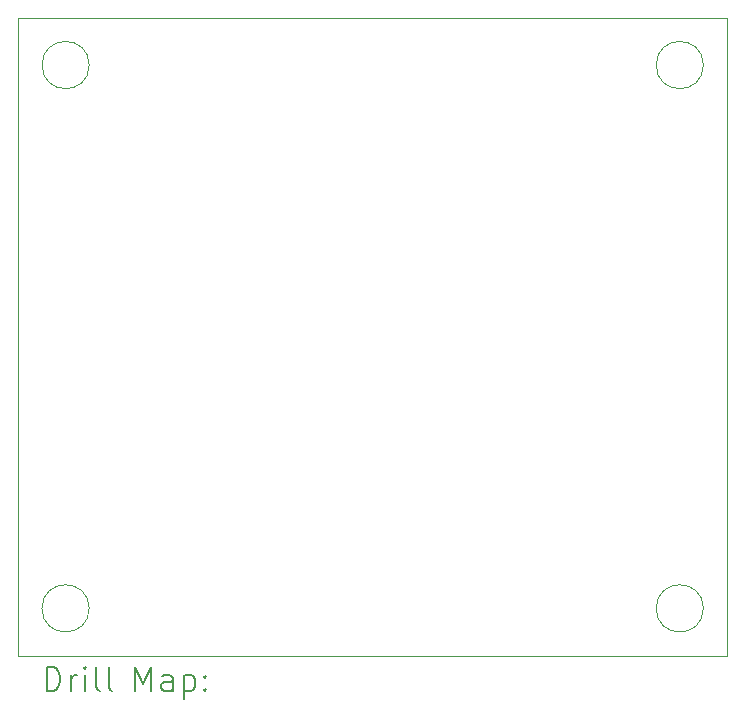
<source format=gbr>
%TF.GenerationSoftware,KiCad,Pcbnew,(7.0.0)*%
%TF.CreationDate,2023-07-05T19:52:17+02:00*%
%TF.ProjectId,atmega328p-gate_controller,61746d65-6761-4333-9238-702d67617465,rev?*%
%TF.SameCoordinates,Original*%
%TF.FileFunction,Drillmap*%
%TF.FilePolarity,Positive*%
%FSLAX45Y45*%
G04 Gerber Fmt 4.5, Leading zero omitted, Abs format (unit mm)*
G04 Created by KiCad (PCBNEW (7.0.0)) date 2023-07-05 19:52:17*
%MOMM*%
%LPD*%
G01*
G04 APERTURE LIST*
%ADD10C,0.100000*%
%ADD11C,0.200000*%
G04 APERTURE END LIST*
D10*
X5802500Y-5355000D02*
G75*
G03*
X5802500Y-5355000I-200000J0D01*
G01*
X5202500Y-4955000D02*
X11202500Y-4955000D01*
X11202500Y-4955000D02*
X11202500Y-10355000D01*
X11202500Y-10355000D02*
X5202500Y-10355000D01*
X5202500Y-10355000D02*
X5202500Y-4955000D01*
X11002500Y-9955000D02*
G75*
G03*
X11002500Y-9955000I-200000J0D01*
G01*
X11002500Y-5355000D02*
G75*
G03*
X11002500Y-5355000I-200000J0D01*
G01*
X5802500Y-9955000D02*
G75*
G03*
X5802500Y-9955000I-200000J0D01*
G01*
D11*
X5445119Y-10653476D02*
X5445119Y-10453476D01*
X5445119Y-10453476D02*
X5492738Y-10453476D01*
X5492738Y-10453476D02*
X5521310Y-10463000D01*
X5521310Y-10463000D02*
X5540357Y-10482048D01*
X5540357Y-10482048D02*
X5549881Y-10501095D01*
X5549881Y-10501095D02*
X5559405Y-10539190D01*
X5559405Y-10539190D02*
X5559405Y-10567762D01*
X5559405Y-10567762D02*
X5549881Y-10605857D01*
X5549881Y-10605857D02*
X5540357Y-10624905D01*
X5540357Y-10624905D02*
X5521310Y-10643952D01*
X5521310Y-10643952D02*
X5492738Y-10653476D01*
X5492738Y-10653476D02*
X5445119Y-10653476D01*
X5645119Y-10653476D02*
X5645119Y-10520143D01*
X5645119Y-10558238D02*
X5654643Y-10539190D01*
X5654643Y-10539190D02*
X5664167Y-10529667D01*
X5664167Y-10529667D02*
X5683214Y-10520143D01*
X5683214Y-10520143D02*
X5702262Y-10520143D01*
X5768928Y-10653476D02*
X5768928Y-10520143D01*
X5768928Y-10453476D02*
X5759405Y-10463000D01*
X5759405Y-10463000D02*
X5768928Y-10472524D01*
X5768928Y-10472524D02*
X5778452Y-10463000D01*
X5778452Y-10463000D02*
X5768928Y-10453476D01*
X5768928Y-10453476D02*
X5768928Y-10472524D01*
X5892738Y-10653476D02*
X5873690Y-10643952D01*
X5873690Y-10643952D02*
X5864167Y-10624905D01*
X5864167Y-10624905D02*
X5864167Y-10453476D01*
X5997500Y-10653476D02*
X5978452Y-10643952D01*
X5978452Y-10643952D02*
X5968928Y-10624905D01*
X5968928Y-10624905D02*
X5968928Y-10453476D01*
X6193690Y-10653476D02*
X6193690Y-10453476D01*
X6193690Y-10453476D02*
X6260357Y-10596333D01*
X6260357Y-10596333D02*
X6327024Y-10453476D01*
X6327024Y-10453476D02*
X6327024Y-10653476D01*
X6507976Y-10653476D02*
X6507976Y-10548714D01*
X6507976Y-10548714D02*
X6498452Y-10529667D01*
X6498452Y-10529667D02*
X6479405Y-10520143D01*
X6479405Y-10520143D02*
X6441309Y-10520143D01*
X6441309Y-10520143D02*
X6422262Y-10529667D01*
X6507976Y-10643952D02*
X6488928Y-10653476D01*
X6488928Y-10653476D02*
X6441309Y-10653476D01*
X6441309Y-10653476D02*
X6422262Y-10643952D01*
X6422262Y-10643952D02*
X6412738Y-10624905D01*
X6412738Y-10624905D02*
X6412738Y-10605857D01*
X6412738Y-10605857D02*
X6422262Y-10586810D01*
X6422262Y-10586810D02*
X6441309Y-10577286D01*
X6441309Y-10577286D02*
X6488928Y-10577286D01*
X6488928Y-10577286D02*
X6507976Y-10567762D01*
X6603214Y-10520143D02*
X6603214Y-10720143D01*
X6603214Y-10529667D02*
X6622262Y-10520143D01*
X6622262Y-10520143D02*
X6660357Y-10520143D01*
X6660357Y-10520143D02*
X6679405Y-10529667D01*
X6679405Y-10529667D02*
X6688928Y-10539190D01*
X6688928Y-10539190D02*
X6698452Y-10558238D01*
X6698452Y-10558238D02*
X6698452Y-10615381D01*
X6698452Y-10615381D02*
X6688928Y-10634429D01*
X6688928Y-10634429D02*
X6679405Y-10643952D01*
X6679405Y-10643952D02*
X6660357Y-10653476D01*
X6660357Y-10653476D02*
X6622262Y-10653476D01*
X6622262Y-10653476D02*
X6603214Y-10643952D01*
X6784167Y-10634429D02*
X6793690Y-10643952D01*
X6793690Y-10643952D02*
X6784167Y-10653476D01*
X6784167Y-10653476D02*
X6774643Y-10643952D01*
X6774643Y-10643952D02*
X6784167Y-10634429D01*
X6784167Y-10634429D02*
X6784167Y-10653476D01*
X6784167Y-10529667D02*
X6793690Y-10539190D01*
X6793690Y-10539190D02*
X6784167Y-10548714D01*
X6784167Y-10548714D02*
X6774643Y-10539190D01*
X6774643Y-10539190D02*
X6784167Y-10529667D01*
X6784167Y-10529667D02*
X6784167Y-10548714D01*
M02*

</source>
